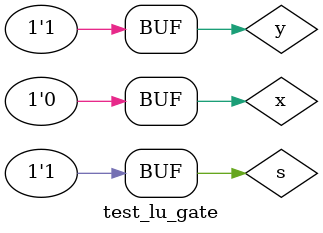
<source format=v>
module lu_gate (output s,
                input a,
                input b,
                input sel_op, // Seleção de operação (1-NAND/NOR; 0-AND/OR)
                input sel_group // Seleção de grupo (1-NAND/AND; 0-NOR/OR)
);

    wire op_and;
    wire op_nand;
    wire op_or;
    wire op_nor;
    
    // Portas de operação
    and AND1 (op_and, a, b);
    nand NAND1 (op_nand, a, b);
    or OR1 (op_or, a, b);
    nor NOR1 (op_nor, a, b);
    
    // Seleção da operação
    assign s = (sel_group) ? ((sel_op) ? op_nand : op_and) : ((sel_op) ? op_nor : op_or);
    
endmodule // lu_gate

// -------------------------
// multiplexer
// -------------------------
module mux (output s,
            input a,
            input b,
            input select
);

    wire not_select;
    
    // Descrição da seleção
    not NOT1 (not_select, select);
    
    // Multiplexação
    assign s = (not_select) ? b : a;
    
endmodule // mux

module test_lu_gate;

    // ------------------------- Definir dados
    reg x;
    reg y;
    reg s;
    wire w;
    wire z;
    
    // Criação do módulo LU
    lu_gate LU1 (w, x, y, s, 0); // Seleção inicial: Grupo AND/OR, Operação AND/OR
    
    // Multiplexador para seleção de operação
    mux MUX_op (z, w, s, x);
    
    // ------------------------- Parte principal
    initial begin : main
        $display("Guia_0700 - xxx yyy zzz - 999999");
        $display("Test LU's module");
        $display(" x y s z");
        x = 1'b0; y = 1'b1; s = 1'b0;
        
        // Projetar testes do módulo
        #1 $monitor("%4b %4b %4b %4b", x, y, s, z);
        #1 s = 1'b1;
    end
endmodule // test_lu_gate

</source>
